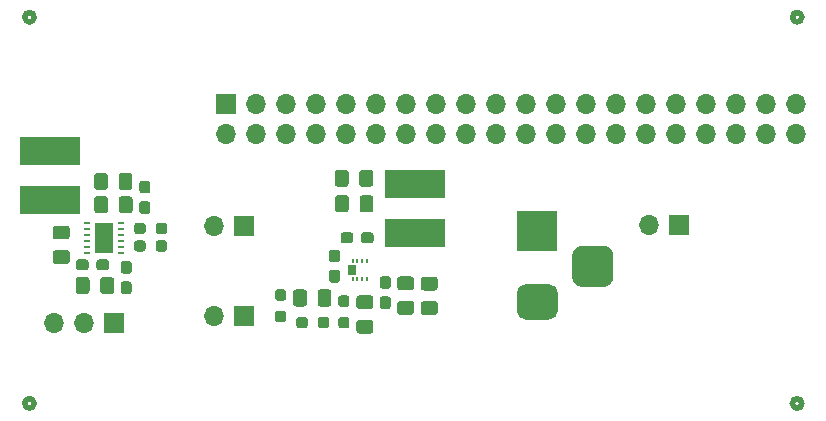
<source format=gts>
G04 #@! TF.GenerationSoftware,KiCad,Pcbnew,(5.1.6-0-10_14)*
G04 #@! TF.CreationDate,2021-08-31T13:45:45+09:00*
G04 #@! TF.ProjectId,qPCR-panel_v_20210831,71504352-2d70-4616-9e65-6c5f765f3230,rev?*
G04 #@! TF.SameCoordinates,Original*
G04 #@! TF.FileFunction,Soldermask,Top*
G04 #@! TF.FilePolarity,Negative*
%FSLAX46Y46*%
G04 Gerber Fmt 4.6, Leading zero omitted, Abs format (unit mm)*
G04 Created by KiCad (PCBNEW (5.1.6-0-10_14)) date 2021-08-31 13:45:45*
%MOMM*%
%LPD*%
G01*
G04 APERTURE LIST*
%ADD10C,0.475000*%
%ADD11R,0.254000X0.457200*%
%ADD12R,0.711200X0.838200*%
%ADD13O,1.700000X1.700000*%
%ADD14R,1.700000X1.700000*%
%ADD15R,3.500000X3.500000*%
%ADD16R,5.100000X2.350000*%
%ADD17C,0.499999*%
%ADD18R,1.500000X2.500000*%
%ADD19R,0.499999X0.249999*%
G04 APERTURE END LIST*
D10*
X110400000Y-57900000D02*
G75*
G03*
X110400000Y-57900000I-400000J0D01*
G01*
X175400000Y-57900000D02*
G75*
G03*
X175400000Y-57900000I-400000J0D01*
G01*
X110400000Y-90600000D02*
G75*
G03*
X110400000Y-90600000I-400000J0D01*
G01*
X175400000Y-90600000D02*
G75*
G03*
X175400000Y-90600000I-400000J0D01*
G01*
D11*
G04 #@! TO.C,U1*
X138569999Y-78535000D03*
X138170000Y-78535000D03*
X137770000Y-78535000D03*
X137370001Y-78535000D03*
X137370001Y-80085000D03*
X137770000Y-80085000D03*
X138170000Y-80085000D03*
X138569999Y-80085000D03*
D12*
X137322000Y-79310000D03*
G04 #@! TD*
G04 #@! TO.C,C8*
G36*
G01*
X135855000Y-72025000D02*
X135855000Y-71075000D01*
G75*
G02*
X136105000Y-70825000I250000J0D01*
G01*
X136780000Y-70825000D01*
G75*
G02*
X137030000Y-71075000I0J-250000D01*
G01*
X137030000Y-72025000D01*
G75*
G02*
X136780000Y-72275000I-250000J0D01*
G01*
X136105000Y-72275000D01*
G75*
G02*
X135855000Y-72025000I0J250000D01*
G01*
G37*
G36*
G01*
X137930000Y-72025000D02*
X137930000Y-71075000D01*
G75*
G02*
X138180000Y-70825000I250000J0D01*
G01*
X138855000Y-70825000D01*
G75*
G02*
X139105000Y-71075000I0J-250000D01*
G01*
X139105000Y-72025000D01*
G75*
G02*
X138855000Y-72275000I-250000J0D01*
G01*
X138180000Y-72275000D01*
G75*
G02*
X137930000Y-72025000I0J250000D01*
G01*
G37*
G04 #@! TD*
D13*
G04 #@! TO.C,J8*
X174940000Y-67790000D03*
X174940000Y-65250000D03*
X172400000Y-67790000D03*
X172400000Y-65250000D03*
X169860000Y-67790000D03*
X169860000Y-65250000D03*
X167320000Y-67790000D03*
X167320000Y-65250000D03*
X164780000Y-67790000D03*
X164780000Y-65250000D03*
X162240000Y-67790000D03*
X162240000Y-65250000D03*
X159700000Y-67790000D03*
X159700000Y-65250000D03*
X157160000Y-67790000D03*
X157160000Y-65250000D03*
X154620000Y-67790000D03*
X154620000Y-65250000D03*
X152080000Y-67790000D03*
X152080000Y-65250000D03*
X149540000Y-67790000D03*
X149540000Y-65250000D03*
X147000000Y-67790000D03*
X147000000Y-65250000D03*
X144460000Y-67790000D03*
X144460000Y-65250000D03*
X141920000Y-67790000D03*
X141920000Y-65250000D03*
X139380000Y-67790000D03*
X139380000Y-65250000D03*
X136840000Y-67790000D03*
X136840000Y-65250000D03*
X134300000Y-67790000D03*
X134300000Y-65250000D03*
X131760000Y-67790000D03*
X131760000Y-65250000D03*
X129220000Y-67790000D03*
X129220000Y-65250000D03*
X126680000Y-67790000D03*
D14*
X126680000Y-65250000D03*
G04 #@! TD*
G04 #@! TO.C,J1*
G36*
G01*
X158575000Y-80750000D02*
X156825000Y-80750000D01*
G75*
G02*
X155950000Y-79875000I0J875000D01*
G01*
X155950000Y-78125000D01*
G75*
G02*
X156825000Y-77250000I875000J0D01*
G01*
X158575000Y-77250000D01*
G75*
G02*
X159450000Y-78125000I0J-875000D01*
G01*
X159450000Y-79875000D01*
G75*
G02*
X158575000Y-80750000I-875000J0D01*
G01*
G37*
G36*
G01*
X154000000Y-83500000D02*
X152000000Y-83500000D01*
G75*
G02*
X151250000Y-82750000I0J750000D01*
G01*
X151250000Y-81250000D01*
G75*
G02*
X152000000Y-80500000I750000J0D01*
G01*
X154000000Y-80500000D01*
G75*
G02*
X154750000Y-81250000I0J-750000D01*
G01*
X154750000Y-82750000D01*
G75*
G02*
X154000000Y-83500000I-750000J0D01*
G01*
G37*
D15*
X153000000Y-76000000D03*
G04 #@! TD*
D14*
G04 #@! TO.C,J2*
X165000000Y-75500000D03*
D13*
X162460000Y-75500000D03*
G04 #@! TD*
D14*
G04 #@! TO.C,J4*
X128170000Y-83220000D03*
D13*
X125630000Y-83220000D03*
G04 #@! TD*
D14*
G04 #@! TO.C,J5*
X128170000Y-75600000D03*
D13*
X125630000Y-75600000D03*
G04 #@! TD*
G04 #@! TO.C,C1*
G36*
G01*
X135592500Y-79295000D02*
X136067500Y-79295000D01*
G75*
G02*
X136305000Y-79532500I0J-237500D01*
G01*
X136305000Y-80132500D01*
G75*
G02*
X136067500Y-80370000I-237500J0D01*
G01*
X135592500Y-80370000D01*
G75*
G02*
X135355000Y-80132500I0J237500D01*
G01*
X135355000Y-79532500D01*
G75*
G02*
X135592500Y-79295000I237500J0D01*
G01*
G37*
G36*
G01*
X135592500Y-77570000D02*
X136067500Y-77570000D01*
G75*
G02*
X136305000Y-77807500I0J-237500D01*
G01*
X136305000Y-78407500D01*
G75*
G02*
X136067500Y-78645000I-237500J0D01*
G01*
X135592500Y-78645000D01*
G75*
G02*
X135355000Y-78407500I0J237500D01*
G01*
X135355000Y-77807500D01*
G75*
G02*
X135592500Y-77570000I237500J0D01*
G01*
G37*
G04 #@! TD*
G04 #@! TO.C,C2*
G36*
G01*
X138875000Y-82620000D02*
X137925000Y-82620000D01*
G75*
G02*
X137675000Y-82370000I0J250000D01*
G01*
X137675000Y-81695000D01*
G75*
G02*
X137925000Y-81445000I250000J0D01*
G01*
X138875000Y-81445000D01*
G75*
G02*
X139125000Y-81695000I0J-250000D01*
G01*
X139125000Y-82370000D01*
G75*
G02*
X138875000Y-82620000I-250000J0D01*
G01*
G37*
G36*
G01*
X138875000Y-84695000D02*
X137925000Y-84695000D01*
G75*
G02*
X137675000Y-84445000I0J250000D01*
G01*
X137675000Y-83770000D01*
G75*
G02*
X137925000Y-83520000I250000J0D01*
G01*
X138875000Y-83520000D01*
G75*
G02*
X139125000Y-83770000I0J-250000D01*
G01*
X139125000Y-84445000D01*
G75*
G02*
X138875000Y-84695000I-250000J0D01*
G01*
G37*
G04 #@! TD*
G04 #@! TO.C,C3*
G36*
G01*
X140367500Y-82620000D02*
X139892500Y-82620000D01*
G75*
G02*
X139655000Y-82382500I0J237500D01*
G01*
X139655000Y-81782500D01*
G75*
G02*
X139892500Y-81545000I237500J0D01*
G01*
X140367500Y-81545000D01*
G75*
G02*
X140605000Y-81782500I0J-237500D01*
G01*
X140605000Y-82382500D01*
G75*
G02*
X140367500Y-82620000I-237500J0D01*
G01*
G37*
G36*
G01*
X140367500Y-80895000D02*
X139892500Y-80895000D01*
G75*
G02*
X139655000Y-80657500I0J237500D01*
G01*
X139655000Y-80057500D01*
G75*
G02*
X139892500Y-79820000I237500J0D01*
G01*
X140367500Y-79820000D01*
G75*
G02*
X140605000Y-80057500I0J-237500D01*
G01*
X140605000Y-80657500D01*
G75*
G02*
X140367500Y-80895000I-237500J0D01*
G01*
G37*
G04 #@! TD*
G04 #@! TO.C,C4*
G36*
G01*
X136340000Y-76817500D02*
X136340000Y-76342500D01*
G75*
G02*
X136577500Y-76105000I237500J0D01*
G01*
X137177500Y-76105000D01*
G75*
G02*
X137415000Y-76342500I0J-237500D01*
G01*
X137415000Y-76817500D01*
G75*
G02*
X137177500Y-77055000I-237500J0D01*
G01*
X136577500Y-77055000D01*
G75*
G02*
X136340000Y-76817500I0J237500D01*
G01*
G37*
G36*
G01*
X138065000Y-76817500D02*
X138065000Y-76342500D01*
G75*
G02*
X138302500Y-76105000I237500J0D01*
G01*
X138902500Y-76105000D01*
G75*
G02*
X139140000Y-76342500I0J-237500D01*
G01*
X139140000Y-76817500D01*
G75*
G02*
X138902500Y-77055000I-237500J0D01*
G01*
X138302500Y-77055000D01*
G75*
G02*
X138065000Y-76817500I0J237500D01*
G01*
G37*
G04 #@! TD*
G04 #@! TO.C,C5*
G36*
G01*
X142325000Y-83095000D02*
X141375000Y-83095000D01*
G75*
G02*
X141125000Y-82845000I0J250000D01*
G01*
X141125000Y-82170000D01*
G75*
G02*
X141375000Y-81920000I250000J0D01*
G01*
X142325000Y-81920000D01*
G75*
G02*
X142575000Y-82170000I0J-250000D01*
G01*
X142575000Y-82845000D01*
G75*
G02*
X142325000Y-83095000I-250000J0D01*
G01*
G37*
G36*
G01*
X142325000Y-81020000D02*
X141375000Y-81020000D01*
G75*
G02*
X141125000Y-80770000I0J250000D01*
G01*
X141125000Y-80095000D01*
G75*
G02*
X141375000Y-79845000I250000J0D01*
G01*
X142325000Y-79845000D01*
G75*
G02*
X142575000Y-80095000I0J-250000D01*
G01*
X142575000Y-80770000D01*
G75*
G02*
X142325000Y-81020000I-250000J0D01*
G01*
G37*
G04 #@! TD*
G04 #@! TO.C,C6*
G36*
G01*
X144325000Y-81040000D02*
X143375000Y-81040000D01*
G75*
G02*
X143125000Y-80790000I0J250000D01*
G01*
X143125000Y-80115000D01*
G75*
G02*
X143375000Y-79865000I250000J0D01*
G01*
X144325000Y-79865000D01*
G75*
G02*
X144575000Y-80115000I0J-250000D01*
G01*
X144575000Y-80790000D01*
G75*
G02*
X144325000Y-81040000I-250000J0D01*
G01*
G37*
G36*
G01*
X144325000Y-83115000D02*
X143375000Y-83115000D01*
G75*
G02*
X143125000Y-82865000I0J250000D01*
G01*
X143125000Y-82190000D01*
G75*
G02*
X143375000Y-81940000I250000J0D01*
G01*
X144325000Y-81940000D01*
G75*
G02*
X144575000Y-82190000I0J-250000D01*
G01*
X144575000Y-82865000D01*
G75*
G02*
X144325000Y-83115000I-250000J0D01*
G01*
G37*
G04 #@! TD*
G04 #@! TO.C,C7*
G36*
G01*
X135575000Y-81195000D02*
X135575000Y-82145000D01*
G75*
G02*
X135325000Y-82395000I-250000J0D01*
G01*
X134650000Y-82395000D01*
G75*
G02*
X134400000Y-82145000I0J250000D01*
G01*
X134400000Y-81195000D01*
G75*
G02*
X134650000Y-80945000I250000J0D01*
G01*
X135325000Y-80945000D01*
G75*
G02*
X135575000Y-81195000I0J-250000D01*
G01*
G37*
G36*
G01*
X133500000Y-81195000D02*
X133500000Y-82145000D01*
G75*
G02*
X133250000Y-82395000I-250000J0D01*
G01*
X132575000Y-82395000D01*
G75*
G02*
X132325000Y-82145000I0J250000D01*
G01*
X132325000Y-81195000D01*
G75*
G02*
X132575000Y-80945000I250000J0D01*
G01*
X133250000Y-80945000D01*
G75*
G02*
X133500000Y-81195000I0J-250000D01*
G01*
G37*
G04 #@! TD*
G04 #@! TO.C,C9*
G36*
G01*
X137950000Y-74175000D02*
X137950000Y-73225000D01*
G75*
G02*
X138200000Y-72975000I250000J0D01*
G01*
X138875000Y-72975000D01*
G75*
G02*
X139125000Y-73225000I0J-250000D01*
G01*
X139125000Y-74175000D01*
G75*
G02*
X138875000Y-74425000I-250000J0D01*
G01*
X138200000Y-74425000D01*
G75*
G02*
X137950000Y-74175000I0J250000D01*
G01*
G37*
G36*
G01*
X135875000Y-74175000D02*
X135875000Y-73225000D01*
G75*
G02*
X136125000Y-72975000I250000J0D01*
G01*
X136800000Y-72975000D01*
G75*
G02*
X137050000Y-73225000I0J-250000D01*
G01*
X137050000Y-74175000D01*
G75*
G02*
X136800000Y-74425000I-250000J0D01*
G01*
X136125000Y-74425000D01*
G75*
G02*
X135875000Y-74175000I0J250000D01*
G01*
G37*
G04 #@! TD*
D16*
G04 #@! TO.C,L1*
X142640000Y-76155000D03*
X142640000Y-72005000D03*
G04 #@! TD*
G04 #@! TO.C,R1*
G36*
G01*
X131022500Y-80940000D02*
X131497500Y-80940000D01*
G75*
G02*
X131735000Y-81177500I0J-237500D01*
G01*
X131735000Y-81677500D01*
G75*
G02*
X131497500Y-81915000I-237500J0D01*
G01*
X131022500Y-81915000D01*
G75*
G02*
X130785000Y-81677500I0J237500D01*
G01*
X130785000Y-81177500D01*
G75*
G02*
X131022500Y-80940000I237500J0D01*
G01*
G37*
G36*
G01*
X131022500Y-82765000D02*
X131497500Y-82765000D01*
G75*
G02*
X131735000Y-83002500I0J-237500D01*
G01*
X131735000Y-83502500D01*
G75*
G02*
X131497500Y-83740000I-237500J0D01*
G01*
X131022500Y-83740000D01*
G75*
G02*
X130785000Y-83502500I0J237500D01*
G01*
X130785000Y-83002500D01*
G75*
G02*
X131022500Y-82765000I237500J0D01*
G01*
G37*
G04 #@! TD*
G04 #@! TO.C,R2*
G36*
G01*
X132590000Y-83997500D02*
X132590000Y-83522500D01*
G75*
G02*
X132827500Y-83285000I237500J0D01*
G01*
X133327500Y-83285000D01*
G75*
G02*
X133565000Y-83522500I0J-237500D01*
G01*
X133565000Y-83997500D01*
G75*
G02*
X133327500Y-84235000I-237500J0D01*
G01*
X132827500Y-84235000D01*
G75*
G02*
X132590000Y-83997500I0J237500D01*
G01*
G37*
G36*
G01*
X134415000Y-83997500D02*
X134415000Y-83522500D01*
G75*
G02*
X134652500Y-83285000I237500J0D01*
G01*
X135152500Y-83285000D01*
G75*
G02*
X135390000Y-83522500I0J-237500D01*
G01*
X135390000Y-83997500D01*
G75*
G02*
X135152500Y-84235000I-237500J0D01*
G01*
X134652500Y-84235000D01*
G75*
G02*
X134415000Y-83997500I0J237500D01*
G01*
G37*
G04 #@! TD*
G04 #@! TO.C,R3*
G36*
G01*
X136382500Y-83275000D02*
X136857500Y-83275000D01*
G75*
G02*
X137095000Y-83512500I0J-237500D01*
G01*
X137095000Y-84012500D01*
G75*
G02*
X136857500Y-84250000I-237500J0D01*
G01*
X136382500Y-84250000D01*
G75*
G02*
X136145000Y-84012500I0J237500D01*
G01*
X136145000Y-83512500D01*
G75*
G02*
X136382500Y-83275000I237500J0D01*
G01*
G37*
G36*
G01*
X136382500Y-81450000D02*
X136857500Y-81450000D01*
G75*
G02*
X137095000Y-81687500I0J-237500D01*
G01*
X137095000Y-82187500D01*
G75*
G02*
X136857500Y-82425000I-237500J0D01*
G01*
X136382500Y-82425000D01*
G75*
G02*
X136145000Y-82187500I0J237500D01*
G01*
X136145000Y-81687500D01*
G75*
G02*
X136382500Y-81450000I237500J0D01*
G01*
G37*
G04 #@! TD*
G04 #@! TO.C,C1*
G36*
G01*
X113920000Y-81095000D02*
X113920000Y-80145000D01*
G75*
G02*
X114170000Y-79895000I250000J0D01*
G01*
X114845000Y-79895000D01*
G75*
G02*
X115095000Y-80145000I0J-250000D01*
G01*
X115095000Y-81095000D01*
G75*
G02*
X114845000Y-81345000I-250000J0D01*
G01*
X114170000Y-81345000D01*
G75*
G02*
X113920000Y-81095000I0J250000D01*
G01*
G37*
G36*
G01*
X115995000Y-81095000D02*
X115995000Y-80145000D01*
G75*
G02*
X116245000Y-79895000I250000J0D01*
G01*
X116920000Y-79895000D01*
G75*
G02*
X117170000Y-80145000I0J-250000D01*
G01*
X117170000Y-81095000D01*
G75*
G02*
X116920000Y-81345000I-250000J0D01*
G01*
X116245000Y-81345000D01*
G75*
G02*
X115995000Y-81095000I0J250000D01*
G01*
G37*
G04 #@! TD*
G04 #@! TO.C,C2*
G36*
G01*
X120012500Y-72825000D02*
X119537500Y-72825000D01*
G75*
G02*
X119300000Y-72587500I0J237500D01*
G01*
X119300000Y-71987500D01*
G75*
G02*
X119537500Y-71750000I237500J0D01*
G01*
X120012500Y-71750000D01*
G75*
G02*
X120250000Y-71987500I0J-237500D01*
G01*
X120250000Y-72587500D01*
G75*
G02*
X120012500Y-72825000I-237500J0D01*
G01*
G37*
G36*
G01*
X120012500Y-74550000D02*
X119537500Y-74550000D01*
G75*
G02*
X119300000Y-74312500I0J237500D01*
G01*
X119300000Y-73712500D01*
G75*
G02*
X119537500Y-73475000I237500J0D01*
G01*
X120012500Y-73475000D01*
G75*
G02*
X120250000Y-73712500I0J-237500D01*
G01*
X120250000Y-74312500D01*
G75*
G02*
X120012500Y-74550000I-237500J0D01*
G01*
G37*
G04 #@! TD*
G04 #@! TO.C,C3*
G36*
G01*
X113935000Y-79107500D02*
X113935000Y-78632500D01*
G75*
G02*
X114172500Y-78395000I237500J0D01*
G01*
X114772500Y-78395000D01*
G75*
G02*
X115010000Y-78632500I0J-237500D01*
G01*
X115010000Y-79107500D01*
G75*
G02*
X114772500Y-79345000I-237500J0D01*
G01*
X114172500Y-79345000D01*
G75*
G02*
X113935000Y-79107500I0J237500D01*
G01*
G37*
G36*
G01*
X115660000Y-79107500D02*
X115660000Y-78632500D01*
G75*
G02*
X115897500Y-78395000I237500J0D01*
G01*
X116497500Y-78395000D01*
G75*
G02*
X116735000Y-78632500I0J-237500D01*
G01*
X116735000Y-79107500D01*
G75*
G02*
X116497500Y-79345000I-237500J0D01*
G01*
X115897500Y-79345000D01*
G75*
G02*
X115660000Y-79107500I0J237500D01*
G01*
G37*
G04 #@! TD*
G04 #@! TO.C,C4*
G36*
G01*
X117957500Y-78550000D02*
X118432500Y-78550000D01*
G75*
G02*
X118670000Y-78787500I0J-237500D01*
G01*
X118670000Y-79387500D01*
G75*
G02*
X118432500Y-79625000I-237500J0D01*
G01*
X117957500Y-79625000D01*
G75*
G02*
X117720000Y-79387500I0J237500D01*
G01*
X117720000Y-78787500D01*
G75*
G02*
X117957500Y-78550000I237500J0D01*
G01*
G37*
G36*
G01*
X117957500Y-80275000D02*
X118432500Y-80275000D01*
G75*
G02*
X118670000Y-80512500I0J-237500D01*
G01*
X118670000Y-81112500D01*
G75*
G02*
X118432500Y-81350000I-237500J0D01*
G01*
X117957500Y-81350000D01*
G75*
G02*
X117720000Y-81112500I0J237500D01*
G01*
X117720000Y-80512500D01*
G75*
G02*
X117957500Y-80275000I237500J0D01*
G01*
G37*
G04 #@! TD*
G04 #@! TO.C,C5*
G36*
G01*
X113170000Y-78795000D02*
X112220000Y-78795000D01*
G75*
G02*
X111970000Y-78545000I0J250000D01*
G01*
X111970000Y-77870000D01*
G75*
G02*
X112220000Y-77620000I250000J0D01*
G01*
X113170000Y-77620000D01*
G75*
G02*
X113420000Y-77870000I0J-250000D01*
G01*
X113420000Y-78545000D01*
G75*
G02*
X113170000Y-78795000I-250000J0D01*
G01*
G37*
G36*
G01*
X113170000Y-76720000D02*
X112220000Y-76720000D01*
G75*
G02*
X111970000Y-76470000I0J250000D01*
G01*
X111970000Y-75795000D01*
G75*
G02*
X112220000Y-75545000I250000J0D01*
G01*
X113170000Y-75545000D01*
G75*
G02*
X113420000Y-75795000I0J-250000D01*
G01*
X113420000Y-76470000D01*
G75*
G02*
X113170000Y-76720000I-250000J0D01*
G01*
G37*
G04 #@! TD*
G04 #@! TO.C,C6*
G36*
G01*
X117560001Y-74250001D02*
X117560001Y-73300001D01*
G75*
G02*
X117810001Y-73050001I250000J0D01*
G01*
X118485001Y-73050001D01*
G75*
G02*
X118735001Y-73300001I0J-250000D01*
G01*
X118735001Y-74250001D01*
G75*
G02*
X118485001Y-74500001I-250000J0D01*
G01*
X117810001Y-74500001D01*
G75*
G02*
X117560001Y-74250001I0J250000D01*
G01*
G37*
G36*
G01*
X115485001Y-74250001D02*
X115485001Y-73300001D01*
G75*
G02*
X115735001Y-73050001I250000J0D01*
G01*
X116410001Y-73050001D01*
G75*
G02*
X116660001Y-73300001I0J-250000D01*
G01*
X116660001Y-74250001D01*
G75*
G02*
X116410001Y-74500001I-250000J0D01*
G01*
X115735001Y-74500001D01*
G75*
G02*
X115485001Y-74250001I0J250000D01*
G01*
G37*
G04 #@! TD*
G04 #@! TO.C,C7*
G36*
G01*
X117545000Y-72285000D02*
X117545000Y-71335000D01*
G75*
G02*
X117795000Y-71085000I250000J0D01*
G01*
X118470000Y-71085000D01*
G75*
G02*
X118720000Y-71335000I0J-250000D01*
G01*
X118720000Y-72285000D01*
G75*
G02*
X118470000Y-72535000I-250000J0D01*
G01*
X117795000Y-72535000D01*
G75*
G02*
X117545000Y-72285000I0J250000D01*
G01*
G37*
G36*
G01*
X115470000Y-72285000D02*
X115470000Y-71335000D01*
G75*
G02*
X115720000Y-71085000I250000J0D01*
G01*
X116395000Y-71085000D01*
G75*
G02*
X116645000Y-71335000I0J-250000D01*
G01*
X116645000Y-72285000D01*
G75*
G02*
X116395000Y-72535000I-250000J0D01*
G01*
X115720000Y-72535000D01*
G75*
G02*
X115470000Y-72285000I0J250000D01*
G01*
G37*
G04 #@! TD*
D13*
G04 #@! TO.C,J1*
X112055000Y-83810000D03*
X114595000Y-83810000D03*
D14*
X117135000Y-83810000D03*
G04 #@! TD*
D16*
G04 #@! TO.C,L1*
X111725000Y-69255000D03*
X111725000Y-73405000D03*
G04 #@! TD*
G04 #@! TO.C,R1*
G36*
G01*
X118865000Y-77507500D02*
X118865000Y-77032500D01*
G75*
G02*
X119102500Y-76795000I237500J0D01*
G01*
X119602500Y-76795000D01*
G75*
G02*
X119840000Y-77032500I0J-237500D01*
G01*
X119840000Y-77507500D01*
G75*
G02*
X119602500Y-77745000I-237500J0D01*
G01*
X119102500Y-77745000D01*
G75*
G02*
X118865000Y-77507500I0J237500D01*
G01*
G37*
G36*
G01*
X120690000Y-77507500D02*
X120690000Y-77032500D01*
G75*
G02*
X120927500Y-76795000I237500J0D01*
G01*
X121427500Y-76795000D01*
G75*
G02*
X121665000Y-77032500I0J-237500D01*
G01*
X121665000Y-77507500D01*
G75*
G02*
X121427500Y-77745000I-237500J0D01*
G01*
X120927500Y-77745000D01*
G75*
G02*
X120690000Y-77507500I0J237500D01*
G01*
G37*
G04 #@! TD*
G04 #@! TO.C,R2*
G36*
G01*
X120690000Y-76027500D02*
X120690000Y-75552500D01*
G75*
G02*
X120927500Y-75315000I237500J0D01*
G01*
X121427500Y-75315000D01*
G75*
G02*
X121665000Y-75552500I0J-237500D01*
G01*
X121665000Y-76027500D01*
G75*
G02*
X121427500Y-76265000I-237500J0D01*
G01*
X120927500Y-76265000D01*
G75*
G02*
X120690000Y-76027500I0J237500D01*
G01*
G37*
G36*
G01*
X118865000Y-76027500D02*
X118865000Y-75552500D01*
G75*
G02*
X119102500Y-75315000I237500J0D01*
G01*
X119602500Y-75315000D01*
G75*
G02*
X119840000Y-75552500I0J-237500D01*
G01*
X119840000Y-76027500D01*
G75*
G02*
X119602500Y-76265000I-237500J0D01*
G01*
X119102500Y-76265000D01*
G75*
G02*
X118865000Y-76027500I0J237500D01*
G01*
G37*
G04 #@! TD*
D17*
G04 #@! TO.C,U1*
X116814999Y-76590000D03*
X116315000Y-75589999D03*
X115815001Y-76590000D03*
X116315000Y-77590001D03*
D18*
X116315000Y-76590000D03*
D19*
X114865000Y-77840000D03*
X114865000Y-77340001D03*
X114865000Y-76840000D03*
X114865000Y-76340000D03*
X114865000Y-75839999D03*
X114865000Y-75340000D03*
X117765000Y-75340000D03*
X117765000Y-75839999D03*
X117765000Y-76340000D03*
X117765000Y-76840000D03*
X117765000Y-77340001D03*
X117765000Y-77840000D03*
G04 #@! TD*
M02*

</source>
